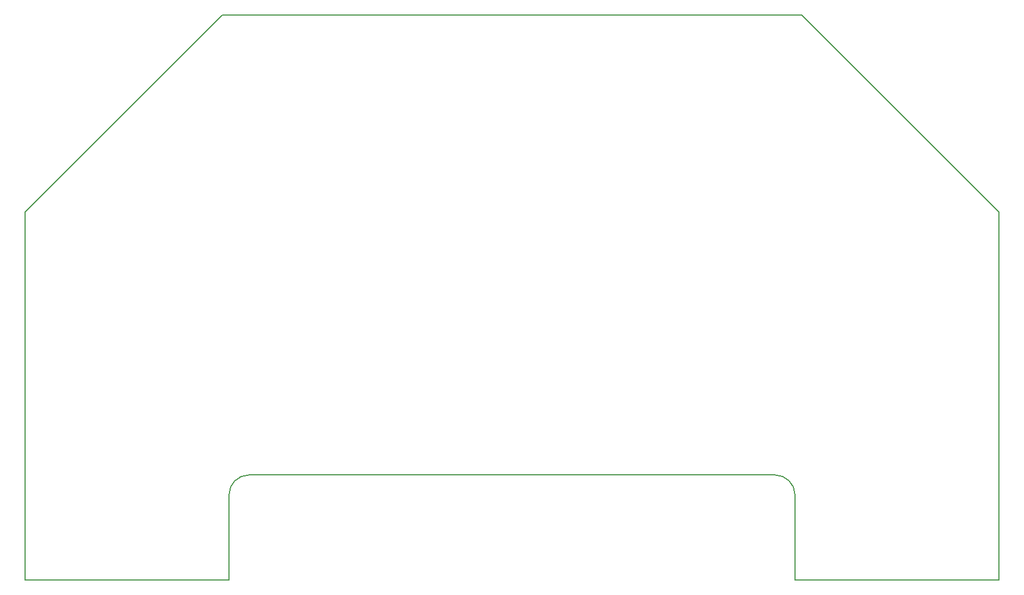
<source format=gbr>
%TF.GenerationSoftware,KiCad,Pcbnew,8.0.7*%
%TF.CreationDate,2025-04-13T15:12:29-04:00*%
%TF.ProjectId,control,636f6e74-726f-46c2-9e6b-696361645f70,rev?*%
%TF.SameCoordinates,Original*%
%TF.FileFunction,Profile,NP*%
%FSLAX46Y46*%
G04 Gerber Fmt 4.6, Leading zero omitted, Abs format (unit mm)*
G04 Created by KiCad (PCBNEW 8.0.7) date 2025-04-13 15:12:29*
%MOMM*%
%LPD*%
G01*
G04 APERTURE LIST*
%TA.AperFunction,Profile*%
%ADD10C,0.200000*%
%TD*%
G04 APERTURE END LIST*
D10*
X106000000Y-62000000D02*
X76000000Y-92000000D01*
X224000000Y-148000000D02*
X224000000Y-92000000D01*
X224000000Y-92000000D02*
X194000000Y-62000000D01*
X190000000Y-132000000D02*
G75*
G02*
X193000000Y-135000000I0J-3000000D01*
G01*
X76000000Y-92000000D02*
X76000000Y-148000000D01*
X76000000Y-148000000D02*
X107000000Y-148000000D01*
X110000000Y-132000000D02*
X190000000Y-132000000D01*
X193000000Y-148000000D02*
X224000000Y-148000000D01*
X107000000Y-148000000D02*
X107000000Y-135000000D01*
X107000000Y-135000000D02*
G75*
G02*
X110000000Y-132000000I3000000J0D01*
G01*
X194000000Y-62000000D02*
X106000000Y-62000000D01*
X193000000Y-135000000D02*
X193000000Y-148000000D01*
M02*

</source>
